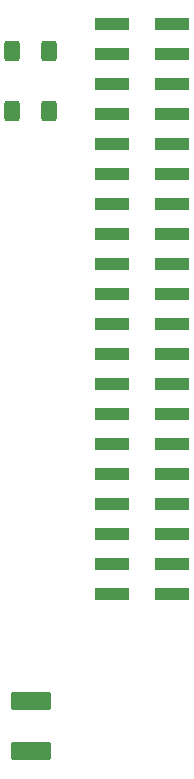
<source format=gbr>
%TF.GenerationSoftware,KiCad,Pcbnew,8.0.4-8.0.4-0~ubuntu22.04.1*%
%TF.CreationDate,2024-08-10T20:12:59+03:00*%
%TF.ProjectId,PM-CPU-RP,504d2d43-5055-42d5-9250-2e6b69636164,rev?*%
%TF.SameCoordinates,Original*%
%TF.FileFunction,Paste,Top*%
%TF.FilePolarity,Positive*%
%FSLAX46Y46*%
G04 Gerber Fmt 4.6, Leading zero omitted, Abs format (unit mm)*
G04 Created by KiCad (PCBNEW 8.0.4-8.0.4-0~ubuntu22.04.1) date 2024-08-10 20:12:59*
%MOMM*%
%LPD*%
G01*
G04 APERTURE LIST*
G04 Aperture macros list*
%AMRoundRect*
0 Rectangle with rounded corners*
0 $1 Rounding radius*
0 $2 $3 $4 $5 $6 $7 $8 $9 X,Y pos of 4 corners*
0 Add a 4 corners polygon primitive as box body*
4,1,4,$2,$3,$4,$5,$6,$7,$8,$9,$2,$3,0*
0 Add four circle primitives for the rounded corners*
1,1,$1+$1,$2,$3*
1,1,$1+$1,$4,$5*
1,1,$1+$1,$6,$7*
1,1,$1+$1,$8,$9*
0 Add four rect primitives between the rounded corners*
20,1,$1+$1,$2,$3,$4,$5,0*
20,1,$1+$1,$4,$5,$6,$7,0*
20,1,$1+$1,$6,$7,$8,$9,0*
20,1,$1+$1,$8,$9,$2,$3,0*%
G04 Aperture macros list end*
%ADD10R,3.000000X1.000000*%
%ADD11RoundRect,0.250000X1.450000X-0.537500X1.450000X0.537500X-1.450000X0.537500X-1.450000X-0.537500X0*%
%ADD12RoundRect,0.250000X0.400000X0.625000X-0.400000X0.625000X-0.400000X-0.625000X0.400000X-0.625000X0*%
G04 APERTURE END LIST*
D10*
%TO.C,D1*%
X55120000Y-73930000D03*
X50080000Y-73930000D03*
X55120000Y-76470000D03*
X50080000Y-76470000D03*
X55120000Y-79010000D03*
X50080000Y-79010000D03*
X55120000Y-81550000D03*
X50080000Y-81550000D03*
X55120000Y-84090000D03*
X50080000Y-84090000D03*
X55120000Y-86630000D03*
X50080000Y-86630000D03*
X55120000Y-89170000D03*
X50080000Y-89170000D03*
X55120000Y-91710000D03*
X50080000Y-91710000D03*
X55120000Y-94250000D03*
X50080000Y-94250000D03*
X55120000Y-96790000D03*
X50080000Y-96790000D03*
X55120000Y-99330000D03*
X50080000Y-99330000D03*
X55120000Y-101870000D03*
X50080000Y-101870000D03*
X55120000Y-104410000D03*
X50080000Y-104410000D03*
X55120000Y-106950000D03*
X50080000Y-106950000D03*
X55120000Y-109490000D03*
X50080000Y-109490000D03*
X55120000Y-112030000D03*
X50080000Y-112030000D03*
X55120000Y-114570000D03*
X50080000Y-114570000D03*
X55120000Y-117110000D03*
X50080000Y-117110000D03*
X55120000Y-119650000D03*
X50080000Y-119650000D03*
X55120000Y-122190000D03*
X50080000Y-122190000D03*
%TD*%
D11*
%TO.C,C1*%
X43180000Y-135487500D03*
X43180000Y-131212500D03*
%TD*%
D12*
%TO.C,R2*%
X44730000Y-81280000D03*
X41630000Y-81280000D03*
%TD*%
%TO.C,R1*%
X44730000Y-76200000D03*
X41630000Y-76200000D03*
%TD*%
M02*

</source>
